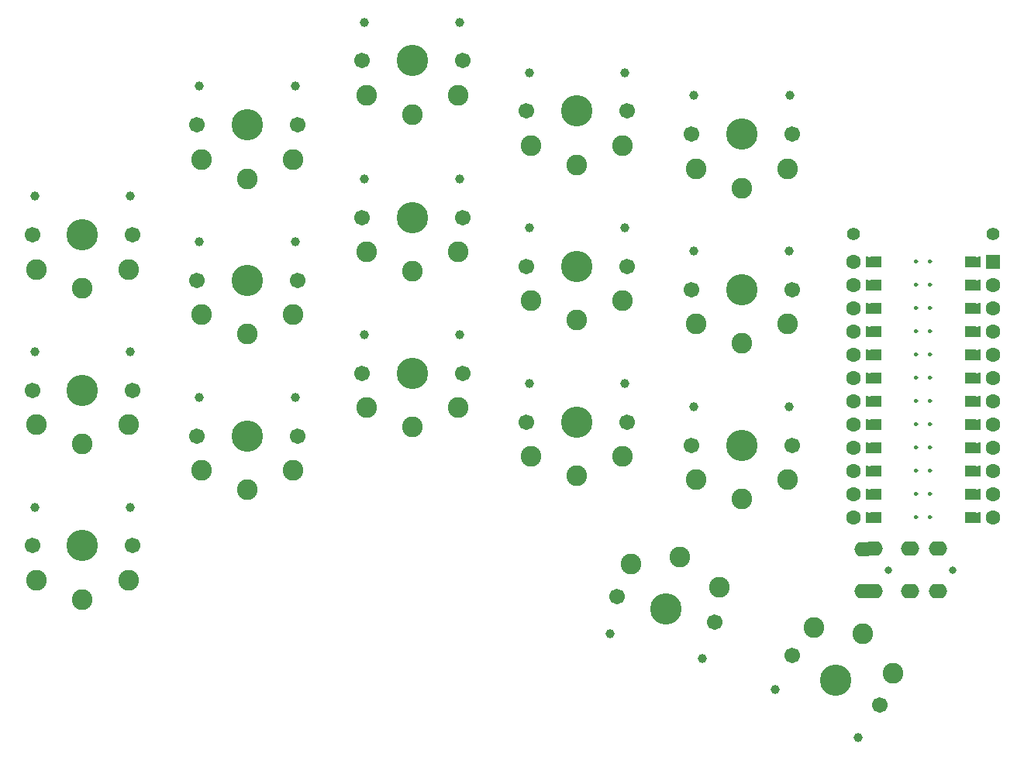
<source format=gbr>
%TF.GenerationSoftware,KiCad,Pcbnew,9.0.2*%
%TF.CreationDate,2025-05-16T20:21:05+01:00*%
%TF.ProjectId,half-swept,68616c66-2d73-4776-9570-742e6b696361,rev?*%
%TF.SameCoordinates,Original*%
%TF.FileFunction,Soldermask,Bot*%
%TF.FilePolarity,Negative*%
%FSLAX46Y46*%
G04 Gerber Fmt 4.6, Leading zero omitted, Abs format (unit mm)*
G04 Created by KiCad (PCBNEW 9.0.2) date 2025-05-16 20:21:05*
%MOMM*%
%LPD*%
G01*
G04 APERTURE LIST*
G04 Aperture macros list*
%AMFreePoly0*
4,1,6,0.600000,0.200000,0.000000,-0.400000,-0.600000,0.200000,-0.600000,0.400000,0.600000,0.400000,0.600000,0.200000,0.600000,0.200000,$1*%
%AMFreePoly1*
4,1,6,0.600000,-0.250000,-0.600000,-0.250000,-0.600000,1.000000,0.000000,0.400000,0.600000,1.000000,0.600000,-0.250000,0.600000,-0.250000,$1*%
G04 Aperture macros list end*
%ADD10C,0.250000*%
%ADD11C,0.100000*%
%ADD12C,1.397000*%
%ADD13C,0.800000*%
%ADD14O,2.000000X1.600000*%
%ADD15C,0.990600*%
%ADD16C,1.701800*%
%ADD17C,3.429000*%
%ADD18C,2.262000*%
%ADD19FreePoly0,270.000000*%
%ADD20C,1.600000*%
%ADD21FreePoly0,90.000000*%
%ADD22R,1.600000X1.600000*%
%ADD23FreePoly1,270.000000*%
%ADD24FreePoly1,90.000000*%
G04 APERTURE END LIST*
D10*
%TO.C,U1*%
X119759000Y-69342000D02*
G75*
G02*
X119509000Y-69342000I-125000J0D01*
G01*
X119509000Y-69342000D02*
G75*
G02*
X119759000Y-69342000I125000J0D01*
G01*
X118235000Y-69342000D02*
G75*
G02*
X117985000Y-69342000I-125000J0D01*
G01*
X117985000Y-69342000D02*
G75*
G02*
X118235000Y-69342000I125000J0D01*
G01*
X118235000Y-71882000D02*
G75*
G02*
X117985000Y-71882000I-125000J0D01*
G01*
X117985000Y-71882000D02*
G75*
G02*
X118235000Y-71882000I125000J0D01*
G01*
X119759000Y-54102000D02*
G75*
G02*
X119509000Y-54102000I-125000J0D01*
G01*
X119509000Y-54102000D02*
G75*
G02*
X119759000Y-54102000I125000J0D01*
G01*
X118235000Y-61722000D02*
G75*
G02*
X117985000Y-61722000I-125000J0D01*
G01*
X117985000Y-61722000D02*
G75*
G02*
X118235000Y-61722000I125000J0D01*
G01*
X119759000Y-56642000D02*
G75*
G02*
X119509000Y-56642000I-125000J0D01*
G01*
X119509000Y-56642000D02*
G75*
G02*
X119759000Y-56642000I125000J0D01*
G01*
X119759000Y-76962000D02*
G75*
G02*
X119509000Y-76962000I-125000J0D01*
G01*
X119509000Y-76962000D02*
G75*
G02*
X119759000Y-76962000I125000J0D01*
G01*
X118235000Y-56642000D02*
G75*
G02*
X117985000Y-56642000I-125000J0D01*
G01*
X117985000Y-56642000D02*
G75*
G02*
X118235000Y-56642000I125000J0D01*
G01*
X118235000Y-76962000D02*
G75*
G02*
X117985000Y-76962000I-125000J0D01*
G01*
X117985000Y-76962000D02*
G75*
G02*
X118235000Y-76962000I125000J0D01*
G01*
X119759000Y-61722000D02*
G75*
G02*
X119509000Y-61722000I-125000J0D01*
G01*
X119509000Y-61722000D02*
G75*
G02*
X119759000Y-61722000I125000J0D01*
G01*
X119759000Y-64262000D02*
G75*
G02*
X119509000Y-64262000I-125000J0D01*
G01*
X119509000Y-64262000D02*
G75*
G02*
X119759000Y-64262000I125000J0D01*
G01*
X119759000Y-71882000D02*
G75*
G02*
X119509000Y-71882000I-125000J0D01*
G01*
X119509000Y-71882000D02*
G75*
G02*
X119759000Y-71882000I125000J0D01*
G01*
X118235000Y-49022000D02*
G75*
G02*
X117985000Y-49022000I-125000J0D01*
G01*
X117985000Y-49022000D02*
G75*
G02*
X118235000Y-49022000I125000J0D01*
G01*
X119759000Y-66802000D02*
G75*
G02*
X119509000Y-66802000I-125000J0D01*
G01*
X119509000Y-66802000D02*
G75*
G02*
X119759000Y-66802000I125000J0D01*
G01*
X118235000Y-64262000D02*
G75*
G02*
X117985000Y-64262000I-125000J0D01*
G01*
X117985000Y-64262000D02*
G75*
G02*
X118235000Y-64262000I125000J0D01*
G01*
X118235000Y-74422000D02*
G75*
G02*
X117985000Y-74422000I-125000J0D01*
G01*
X117985000Y-74422000D02*
G75*
G02*
X118235000Y-74422000I125000J0D01*
G01*
X118235000Y-51562000D02*
G75*
G02*
X117985000Y-51562000I-125000J0D01*
G01*
X117985000Y-51562000D02*
G75*
G02*
X118235000Y-51562000I125000J0D01*
G01*
X119759000Y-49022000D02*
G75*
G02*
X119509000Y-49022000I-125000J0D01*
G01*
X119509000Y-49022000D02*
G75*
G02*
X119759000Y-49022000I125000J0D01*
G01*
X118235000Y-54102000D02*
G75*
G02*
X117985000Y-54102000I-125000J0D01*
G01*
X117985000Y-54102000D02*
G75*
G02*
X118235000Y-54102000I125000J0D01*
G01*
X118235000Y-59182000D02*
G75*
G02*
X117985000Y-59182000I-125000J0D01*
G01*
X117985000Y-59182000D02*
G75*
G02*
X118235000Y-59182000I125000J0D01*
G01*
X118235000Y-66802000D02*
G75*
G02*
X117985000Y-66802000I-125000J0D01*
G01*
X117985000Y-66802000D02*
G75*
G02*
X118235000Y-66802000I125000J0D01*
G01*
X119759000Y-74422000D02*
G75*
G02*
X119509000Y-74422000I-125000J0D01*
G01*
X119509000Y-74422000D02*
G75*
G02*
X119759000Y-74422000I125000J0D01*
G01*
X119759000Y-59182000D02*
G75*
G02*
X119509000Y-59182000I-125000J0D01*
G01*
X119509000Y-59182000D02*
G75*
G02*
X119759000Y-59182000I125000J0D01*
G01*
X119759000Y-51562000D02*
G75*
G02*
X119509000Y-51562000I-125000J0D01*
G01*
X119509000Y-51562000D02*
G75*
G02*
X119759000Y-51562000I125000J0D01*
G01*
D11*
X124968000Y-64770000D02*
X123952000Y-64770000D01*
X123952000Y-63754000D01*
X124968000Y-63754000D01*
X124968000Y-64770000D01*
G36*
X124968000Y-64770000D02*
G01*
X123952000Y-64770000D01*
X123952000Y-63754000D01*
X124968000Y-63754000D01*
X124968000Y-64770000D01*
G37*
X113792000Y-77470000D02*
X112776000Y-77470000D01*
X112776000Y-76454000D01*
X113792000Y-76454000D01*
X113792000Y-77470000D01*
G36*
X113792000Y-77470000D02*
G01*
X112776000Y-77470000D01*
X112776000Y-76454000D01*
X113792000Y-76454000D01*
X113792000Y-77470000D01*
G37*
X124968000Y-59690000D02*
X123952000Y-59690000D01*
X123952000Y-58674000D01*
X124968000Y-58674000D01*
X124968000Y-59690000D01*
G36*
X124968000Y-59690000D02*
G01*
X123952000Y-59690000D01*
X123952000Y-58674000D01*
X124968000Y-58674000D01*
X124968000Y-59690000D01*
G37*
X124968000Y-62230000D02*
X123952000Y-62230000D01*
X123952000Y-61214000D01*
X124968000Y-61214000D01*
X124968000Y-62230000D01*
G36*
X124968000Y-62230000D02*
G01*
X123952000Y-62230000D01*
X123952000Y-61214000D01*
X124968000Y-61214000D01*
X124968000Y-62230000D01*
G37*
X124968000Y-69850000D02*
X123952000Y-69850000D01*
X123952000Y-68834000D01*
X124968000Y-68834000D01*
X124968000Y-69850000D01*
G36*
X124968000Y-69850000D02*
G01*
X123952000Y-69850000D01*
X123952000Y-68834000D01*
X124968000Y-68834000D01*
X124968000Y-69850000D01*
G37*
X124968000Y-54610000D02*
X123952000Y-54610000D01*
X123952000Y-53594000D01*
X124968000Y-53594000D01*
X124968000Y-54610000D01*
G36*
X124968000Y-54610000D02*
G01*
X123952000Y-54610000D01*
X123952000Y-53594000D01*
X124968000Y-53594000D01*
X124968000Y-54610000D01*
G37*
X113792000Y-67310000D02*
X112776000Y-67310000D01*
X112776000Y-66294000D01*
X113792000Y-66294000D01*
X113792000Y-67310000D01*
G36*
X113792000Y-67310000D02*
G01*
X112776000Y-67310000D01*
X112776000Y-66294000D01*
X113792000Y-66294000D01*
X113792000Y-67310000D01*
G37*
X124968000Y-52070000D02*
X123952000Y-52070000D01*
X123952000Y-51054000D01*
X124968000Y-51054000D01*
X124968000Y-52070000D01*
G36*
X124968000Y-52070000D02*
G01*
X123952000Y-52070000D01*
X123952000Y-51054000D01*
X124968000Y-51054000D01*
X124968000Y-52070000D01*
G37*
X113792000Y-54610000D02*
X112776000Y-54610000D01*
X112776000Y-53594000D01*
X113792000Y-53594000D01*
X113792000Y-54610000D01*
G36*
X113792000Y-54610000D02*
G01*
X112776000Y-54610000D01*
X112776000Y-53594000D01*
X113792000Y-53594000D01*
X113792000Y-54610000D01*
G37*
X124968000Y-77470000D02*
X123952000Y-77470000D01*
X123952000Y-76454000D01*
X124968000Y-76454000D01*
X124968000Y-77470000D01*
G36*
X124968000Y-77470000D02*
G01*
X123952000Y-77470000D01*
X123952000Y-76454000D01*
X124968000Y-76454000D01*
X124968000Y-77470000D01*
G37*
X113792000Y-69850000D02*
X112776000Y-69850000D01*
X112776000Y-68834000D01*
X113792000Y-68834000D01*
X113792000Y-69850000D01*
G36*
X113792000Y-69850000D02*
G01*
X112776000Y-69850000D01*
X112776000Y-68834000D01*
X113792000Y-68834000D01*
X113792000Y-69850000D01*
G37*
X113792000Y-49530000D02*
X112776000Y-49530000D01*
X112776000Y-48514000D01*
X113792000Y-48514000D01*
X113792000Y-49530000D01*
G36*
X113792000Y-49530000D02*
G01*
X112776000Y-49530000D01*
X112776000Y-48514000D01*
X113792000Y-48514000D01*
X113792000Y-49530000D01*
G37*
X113792000Y-62230000D02*
X112776000Y-62230000D01*
X112776000Y-61214000D01*
X113792000Y-61214000D01*
X113792000Y-62230000D01*
G36*
X113792000Y-62230000D02*
G01*
X112776000Y-62230000D01*
X112776000Y-61214000D01*
X113792000Y-61214000D01*
X113792000Y-62230000D01*
G37*
X113792000Y-74930000D02*
X112776000Y-74930000D01*
X112776000Y-73914000D01*
X113792000Y-73914000D01*
X113792000Y-74930000D01*
G36*
X113792000Y-74930000D02*
G01*
X112776000Y-74930000D01*
X112776000Y-73914000D01*
X113792000Y-73914000D01*
X113792000Y-74930000D01*
G37*
X124968000Y-57150000D02*
X123952000Y-57150000D01*
X123952000Y-56134000D01*
X124968000Y-56134000D01*
X124968000Y-57150000D01*
G36*
X124968000Y-57150000D02*
G01*
X123952000Y-57150000D01*
X123952000Y-56134000D01*
X124968000Y-56134000D01*
X124968000Y-57150000D01*
G37*
X124968000Y-72390000D02*
X123952000Y-72390000D01*
X123952000Y-71374000D01*
X124968000Y-71374000D01*
X124968000Y-72390000D01*
G36*
X124968000Y-72390000D02*
G01*
X123952000Y-72390000D01*
X123952000Y-71374000D01*
X124968000Y-71374000D01*
X124968000Y-72390000D01*
G37*
X124968000Y-74930000D02*
X123952000Y-74930000D01*
X123952000Y-73914000D01*
X124968000Y-73914000D01*
X124968000Y-74930000D01*
G36*
X124968000Y-74930000D02*
G01*
X123952000Y-74930000D01*
X123952000Y-73914000D01*
X124968000Y-73914000D01*
X124968000Y-74930000D01*
G37*
X124968000Y-49530000D02*
X123952000Y-49530000D01*
X123952000Y-48514000D01*
X124968000Y-48514000D01*
X124968000Y-49530000D01*
G36*
X124968000Y-49530000D02*
G01*
X123952000Y-49530000D01*
X123952000Y-48514000D01*
X124968000Y-48514000D01*
X124968000Y-49530000D01*
G37*
X113792000Y-72390000D02*
X112776000Y-72390000D01*
X112776000Y-71374000D01*
X113792000Y-71374000D01*
X113792000Y-72390000D01*
G36*
X113792000Y-72390000D02*
G01*
X112776000Y-72390000D01*
X112776000Y-71374000D01*
X113792000Y-71374000D01*
X113792000Y-72390000D01*
G37*
X124968000Y-67310000D02*
X123952000Y-67310000D01*
X123952000Y-66294000D01*
X124968000Y-66294000D01*
X124968000Y-67310000D01*
G36*
X124968000Y-67310000D02*
G01*
X123952000Y-67310000D01*
X123952000Y-66294000D01*
X124968000Y-66294000D01*
X124968000Y-67310000D01*
G37*
X113792000Y-59690000D02*
X112776000Y-59690000D01*
X112776000Y-58674000D01*
X113792000Y-58674000D01*
X113792000Y-59690000D01*
G36*
X113792000Y-59690000D02*
G01*
X112776000Y-59690000D01*
X112776000Y-58674000D01*
X113792000Y-58674000D01*
X113792000Y-59690000D01*
G37*
X113792000Y-52070000D02*
X112776000Y-52070000D01*
X112776000Y-51054000D01*
X113792000Y-51054000D01*
X113792000Y-52070000D01*
G36*
X113792000Y-52070000D02*
G01*
X112776000Y-52070000D01*
X112776000Y-51054000D01*
X113792000Y-51054000D01*
X113792000Y-52070000D01*
G37*
X113792000Y-64770000D02*
X112776000Y-64770000D01*
X112776000Y-63754000D01*
X113792000Y-63754000D01*
X113792000Y-64770000D01*
G36*
X113792000Y-64770000D02*
G01*
X112776000Y-64770000D01*
X112776000Y-63754000D01*
X113792000Y-63754000D01*
X113792000Y-64770000D01*
G37*
X113792000Y-57150000D02*
X112776000Y-57150000D01*
X112776000Y-56134000D01*
X113792000Y-56134000D01*
X113792000Y-57150000D01*
G36*
X113792000Y-57150000D02*
G01*
X112776000Y-57150000D01*
X112776000Y-56134000D01*
X113792000Y-56134000D01*
X113792000Y-57150000D01*
G37*
%TD*%
D12*
%TO.C,B+*%
X126492000Y-45974000D03*
%TD*%
%TO.C,B-*%
X111252000Y-45974000D03*
%TD*%
D13*
%TO.C,J2*%
X122098000Y-82750000D03*
X115098000Y-82750000D03*
D14*
X117478000Y-80420000D03*
X117498000Y-85050000D03*
X120498000Y-85050000D03*
X120478000Y-80420000D03*
X112398000Y-80450000D03*
X112378000Y-85020000D03*
X113478000Y-80420000D03*
X113498000Y-85050000D03*
%TD*%
D15*
%TO.C,SW1*%
X32300000Y-41880000D03*
D16*
X21580000Y-46080000D03*
D15*
X21860000Y-41880000D03*
D17*
X27080000Y-46080000D03*
D16*
X32580000Y-46080000D03*
D18*
X27080000Y-51980000D03*
X32080000Y-49880000D03*
X22080000Y-49880000D03*
%TD*%
D16*
%TO.C,SW2*%
X39580000Y-34080000D03*
D15*
X39860000Y-29880000D03*
D17*
X45080000Y-34080000D03*
D16*
X50580000Y-34080000D03*
D15*
X50300000Y-29880000D03*
D18*
X45080000Y-39980000D03*
X40080000Y-37880000D03*
X50080000Y-37880000D03*
%TD*%
D16*
%TO.C,SW3*%
X68580000Y-27080000D03*
X57580000Y-27080000D03*
D17*
X63080000Y-27080000D03*
D15*
X68300000Y-22880000D03*
X57860000Y-22880000D03*
D18*
X63080000Y-32980000D03*
X58080000Y-30880000D03*
X68080000Y-30880000D03*
%TD*%
D16*
%TO.C,SW4*%
X86580000Y-32580000D03*
D17*
X81080000Y-32580000D03*
D15*
X86300000Y-28380000D03*
D16*
X75580000Y-32580000D03*
D15*
X75860000Y-28380000D03*
D18*
X81080000Y-38480000D03*
X76080000Y-36380000D03*
X86080000Y-36380000D03*
%TD*%
D16*
%TO.C,SW6*%
X21580000Y-63080000D03*
X32580000Y-63080000D03*
D17*
X27080000Y-63080000D03*
D15*
X21860000Y-58880000D03*
X32300000Y-58880000D03*
D18*
X27080000Y-68980000D03*
X32080000Y-66880000D03*
X22080000Y-66880000D03*
%TD*%
D16*
%TO.C,SW7*%
X50580000Y-51054000D03*
D15*
X39860000Y-46854000D03*
D16*
X39580000Y-51054000D03*
D17*
X45080000Y-51054000D03*
D15*
X50300000Y-46854000D03*
D18*
X45080000Y-56954000D03*
X40080000Y-54854000D03*
X50080000Y-54854000D03*
%TD*%
D16*
%TO.C,SW8*%
X68580000Y-44196000D03*
X57580000Y-44196000D03*
D15*
X68300000Y-39996000D03*
D17*
X63080000Y-44196000D03*
D15*
X57860000Y-39996000D03*
D18*
X63080000Y-50096000D03*
X68080000Y-47996000D03*
X58080000Y-47996000D03*
%TD*%
D15*
%TO.C,SW9*%
X86300000Y-45330000D03*
X75860000Y-45330000D03*
D16*
X86580000Y-49530000D03*
X75580000Y-49530000D03*
D17*
X81080000Y-49530000D03*
D18*
X81080000Y-55430000D03*
X86080000Y-53330000D03*
X76080000Y-53330000D03*
%TD*%
D17*
%TO.C,SW10*%
X99060000Y-52070000D03*
D15*
X104280000Y-47870000D03*
D16*
X104560000Y-52070000D03*
D15*
X93840000Y-47870000D03*
D16*
X93560000Y-52070000D03*
D18*
X99060000Y-57970000D03*
X94060000Y-55870000D03*
X104060000Y-55870000D03*
%TD*%
D16*
%TO.C,SW11*%
X21580000Y-80080000D03*
D15*
X32300000Y-75880000D03*
D17*
X27080000Y-80080000D03*
D16*
X32580000Y-80080000D03*
D15*
X21860000Y-75880000D03*
D18*
X27080000Y-85980000D03*
X22080000Y-83880000D03*
X32080000Y-83880000D03*
%TD*%
D17*
%TO.C,SW12*%
X45080000Y-68072000D03*
D15*
X39860000Y-63872000D03*
D16*
X50580000Y-68072000D03*
X39580000Y-68072000D03*
D15*
X50300000Y-63872000D03*
D18*
X45080000Y-73972000D03*
X50080000Y-71872000D03*
X40080000Y-71872000D03*
%TD*%
D15*
%TO.C,SW13*%
X57860000Y-57014000D03*
D17*
X63080000Y-61214000D03*
D16*
X57580000Y-61214000D03*
D15*
X68300000Y-57014000D03*
D16*
X68580000Y-61214000D03*
D18*
X63080000Y-67114000D03*
X58080000Y-65014000D03*
X68080000Y-65014000D03*
%TD*%
D16*
%TO.C,SW14*%
X86580000Y-66548000D03*
D17*
X81080000Y-66548000D03*
D15*
X86300000Y-62348000D03*
X75860000Y-62348000D03*
D16*
X75580000Y-66548000D03*
D18*
X81080000Y-72448000D03*
X76080000Y-70348000D03*
X86080000Y-70348000D03*
%TD*%
D15*
%TO.C,SW15*%
X104280000Y-64888000D03*
X93840000Y-64888000D03*
D16*
X93560000Y-69088000D03*
D17*
X99060000Y-69088000D03*
D16*
X104560000Y-69088000D03*
D18*
X99060000Y-74988000D03*
X94060000Y-72888000D03*
X104060000Y-72888000D03*
%TD*%
D16*
%TO.C,SW17*%
X104592860Y-92030000D03*
D15*
X102735347Y-95807307D03*
X111776653Y-101027307D03*
D17*
X109356000Y-94780000D03*
D16*
X114119140Y-97530000D03*
D18*
X112306000Y-89670450D03*
X115586127Y-93989103D03*
X106925873Y-88989103D03*
%TD*%
D15*
%TO.C,SW16*%
X84666827Y-89735853D03*
D16*
X96108592Y-88453505D03*
D15*
X94751093Y-92437924D03*
D16*
X85483408Y-85606495D03*
D17*
X90796000Y-87030000D03*
D18*
X92323032Y-81331038D03*
X86949883Y-82065387D03*
X96609142Y-84653577D03*
%TD*%
D19*
%TO.C,U1*%
X124714000Y-69342000D03*
D20*
X111252000Y-74422000D03*
D19*
X124714000Y-76962000D03*
D21*
X113030000Y-64262000D03*
D20*
X126492000Y-64262000D03*
D21*
X113030000Y-74422000D03*
D20*
X111252000Y-51562000D03*
D21*
X113030000Y-51562000D03*
X113030000Y-49022000D03*
D20*
X126492000Y-49022000D03*
D22*
X126492000Y-49022000D03*
D19*
X124714000Y-51562000D03*
D20*
X111252000Y-54102000D03*
X126492000Y-51562000D03*
D19*
X124714000Y-71882000D03*
D20*
X126492000Y-69342000D03*
D19*
X124714000Y-59182000D03*
D20*
X111252000Y-59182000D03*
X126492000Y-66802000D03*
X126492000Y-56642000D03*
X126492000Y-74422000D03*
D21*
X113030000Y-69342000D03*
D20*
X111252000Y-61722000D03*
D19*
X124714000Y-66802000D03*
D21*
X113030000Y-59182000D03*
D20*
X111252000Y-69342000D03*
X126492000Y-76962000D03*
D21*
X113030000Y-76962000D03*
D19*
X124714000Y-74422000D03*
D20*
X111252000Y-66802000D03*
D19*
X124714000Y-54102000D03*
D21*
X113030000Y-66802000D03*
X113030000Y-54102000D03*
X113030000Y-56642000D03*
D20*
X111252000Y-56642000D03*
X126492000Y-61722000D03*
X126492000Y-54102000D03*
D21*
X113030000Y-61722000D03*
D20*
X126492000Y-71882000D03*
X126492000Y-59182000D03*
D19*
X124714000Y-61722000D03*
D20*
X111252000Y-64262000D03*
D19*
X124714000Y-64262000D03*
D20*
X111252000Y-76962000D03*
D21*
X113030000Y-71882000D03*
D19*
X124714000Y-56642000D03*
D20*
X111252000Y-71882000D03*
X111252000Y-49022000D03*
D19*
X124714000Y-49022000D03*
D23*
X123698000Y-49022000D03*
X123698000Y-51562000D03*
X123698000Y-54102000D03*
X123698000Y-56642000D03*
X123698000Y-59182000D03*
X123698000Y-61722000D03*
X123698000Y-64262000D03*
X123698000Y-66802000D03*
X123698000Y-69342000D03*
X123698000Y-71882000D03*
X123698000Y-74422000D03*
X123698000Y-76962000D03*
D24*
X114046000Y-76962000D03*
X114046000Y-74422000D03*
X114046000Y-71882000D03*
X114046000Y-69342000D03*
X114046000Y-66802000D03*
X114046000Y-64262000D03*
X114046000Y-61722000D03*
X114046000Y-59182000D03*
X114046000Y-56642000D03*
X114046000Y-54102000D03*
X114046000Y-51562000D03*
X114046000Y-49022000D03*
%TD*%
D16*
%TO.C,SW5*%
X93580000Y-35080000D03*
D15*
X104300000Y-30880000D03*
X93860000Y-30880000D03*
D16*
X104580000Y-35080000D03*
D17*
X99080000Y-35080000D03*
D18*
X99080000Y-40980000D03*
X104080000Y-38880000D03*
X94080000Y-38880000D03*
%TD*%
M02*

</source>
